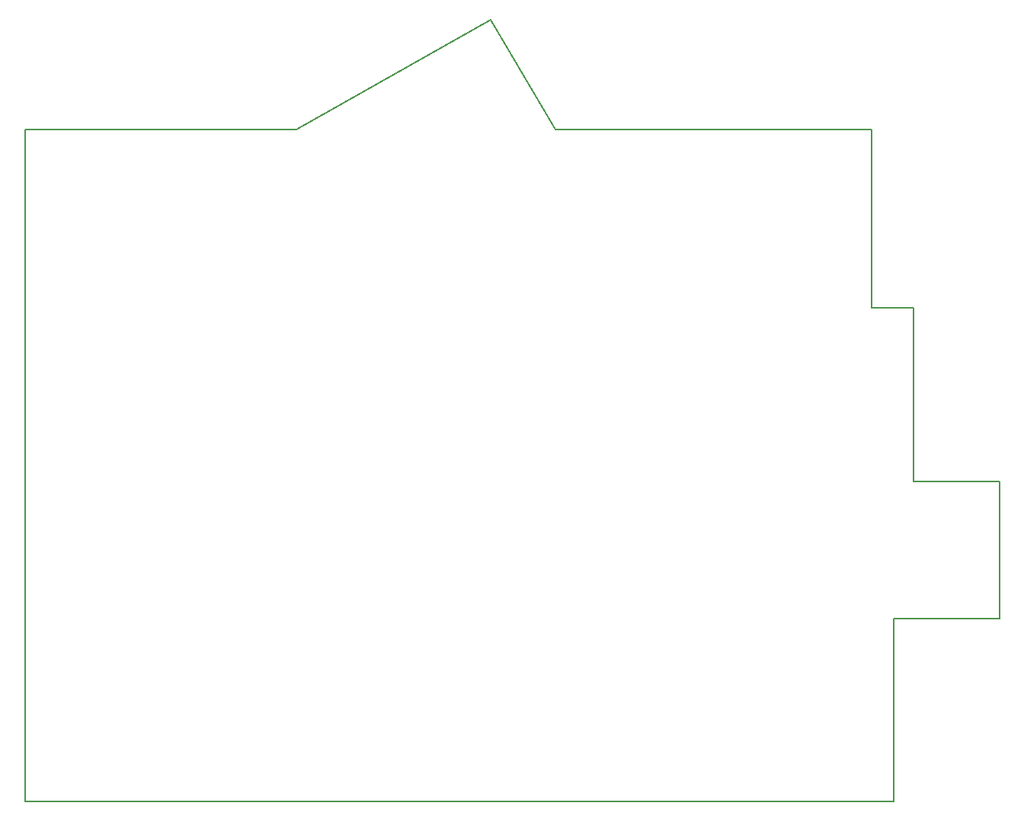
<source format=gbr>
G04 #@! TF.GenerationSoftware,KiCad,Pcbnew,(5.1.6-0-10_14)*
G04 #@! TF.CreationDate,2022-05-16T21:02:00+09:00*
G04 #@! TF.ProjectId,cool936,636f6f6c-3933-4362-9e6b-696361645f70,rev?*
G04 #@! TF.SameCoordinates,Original*
G04 #@! TF.FileFunction,Profile,NP*
%FSLAX46Y46*%
G04 Gerber Fmt 4.6, Leading zero omitted, Abs format (unit mm)*
G04 Created by KiCad (PCBNEW (5.1.6-0-10_14)) date 2022-05-16 21:02:00*
%MOMM*%
%LPD*%
G01*
G04 APERTURE LIST*
G04 #@! TA.AperFunction,Profile*
%ADD10C,0.150000*%
G04 #@! TD*
G04 APERTURE END LIST*
D10*
X117720000Y-10610000D02*
X113050000Y-10610000D01*
X113050000Y-10610000D02*
X113050000Y9240000D01*
X117720000Y-29870000D02*
X117720000Y-10610000D01*
X19010000Y9240000D02*
X49190000Y9240000D01*
X70780000Y21390000D02*
X49190000Y9240000D01*
X77970000Y9240000D02*
X70780000Y21390000D01*
X127280000Y-29870000D02*
X117720000Y-29870000D01*
X127280000Y-45140000D02*
X127280000Y-29870000D01*
X115550000Y-65480000D02*
X115550000Y-45140000D01*
X19010000Y-65480000D02*
X115550000Y-65480000D01*
X19010000Y9240000D02*
X19010000Y-65480000D01*
X113050000Y9240000D02*
X77970000Y9240000D01*
X115550000Y-45140000D02*
X127280000Y-45140000D01*
M02*

</source>
